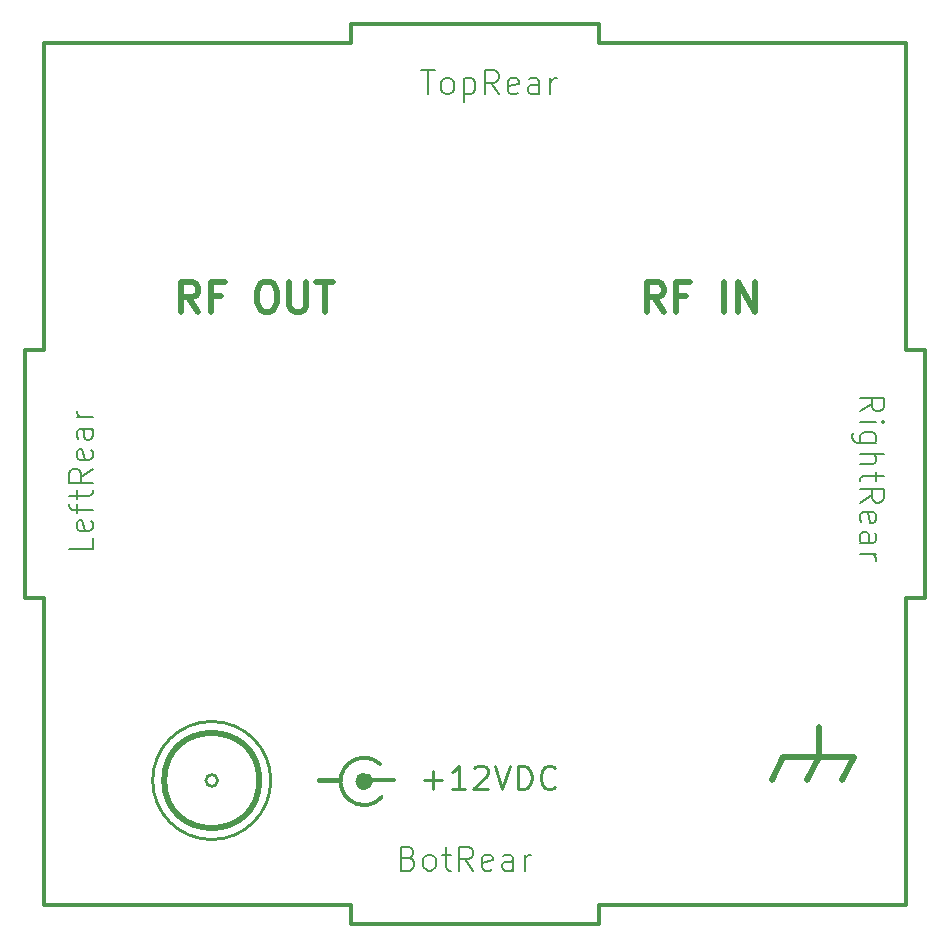
<source format=gbr>
%TF.GenerationSoftware,KiCad,Pcbnew,7.0.5-0*%
%TF.CreationDate,2024-04-21T20:18:31-04:00*%
%TF.ProjectId,swr_meter_rear,7377725f-6d65-4746-9572-5f726561722e,rev?*%
%TF.SameCoordinates,Original*%
%TF.FileFunction,Legend,Top*%
%TF.FilePolarity,Positive*%
%FSLAX46Y46*%
G04 Gerber Fmt 4.6, Leading zero omitted, Abs format (unit mm)*
G04 Created by KiCad (PCBNEW 7.0.5-0) date 2024-04-21 20:18:31*
%MOMM*%
%LPD*%
G01*
G04 APERTURE LIST*
%ADD10C,0.250000*%
%ADD11C,0.500000*%
%ADD12C,0.200000*%
%ADD13C,0.400000*%
%ADD14C,0.300000*%
%ADD15C,0.750000*%
%TA.AperFunction,Profile*%
%ADD16C,0.349999*%
%TD*%
G04 APERTURE END LIST*
D10*
X114737884Y-89421332D02*
G75*
G03*
X114737884Y-89421332I-500000J0D01*
G01*
X119237884Y-89421332D02*
G75*
G03*
X119237884Y-89421332I-5000000J0D01*
G01*
X114737884Y-89421332D02*
G75*
G03*
X114737884Y-89421332I-500000J0D01*
G01*
X119237884Y-89421332D02*
G75*
G03*
X119237884Y-89421332I-5000000J0D01*
G01*
D11*
X118262884Y-89421332D02*
G75*
G03*
X118262884Y-89421332I-4025000J0D01*
G01*
X118262884Y-89421332D02*
G75*
G03*
X118262884Y-89421332I-4025000J0D01*
G01*
D12*
X169155159Y-58171957D02*
X170107540Y-57505290D01*
X169155159Y-57029100D02*
X171155159Y-57029100D01*
X171155159Y-57029100D02*
X171155159Y-57791005D01*
X171155159Y-57791005D02*
X171059921Y-57981481D01*
X171059921Y-57981481D02*
X170964683Y-58076719D01*
X170964683Y-58076719D02*
X170774207Y-58171957D01*
X170774207Y-58171957D02*
X170488493Y-58171957D01*
X170488493Y-58171957D02*
X170298017Y-58076719D01*
X170298017Y-58076719D02*
X170202778Y-57981481D01*
X170202778Y-57981481D02*
X170107540Y-57791005D01*
X170107540Y-57791005D02*
X170107540Y-57029100D01*
X169155159Y-59029100D02*
X170488493Y-59029100D01*
X171155159Y-59029100D02*
X171059921Y-58933862D01*
X171059921Y-58933862D02*
X170964683Y-59029100D01*
X170964683Y-59029100D02*
X171059921Y-59124338D01*
X171059921Y-59124338D02*
X171155159Y-59029100D01*
X171155159Y-59029100D02*
X170964683Y-59029100D01*
X170488493Y-60838624D02*
X168869445Y-60838624D01*
X168869445Y-60838624D02*
X168678969Y-60743386D01*
X168678969Y-60743386D02*
X168583731Y-60648148D01*
X168583731Y-60648148D02*
X168488493Y-60457671D01*
X168488493Y-60457671D02*
X168488493Y-60171957D01*
X168488493Y-60171957D02*
X168583731Y-59981481D01*
X169250398Y-60838624D02*
X169155159Y-60648148D01*
X169155159Y-60648148D02*
X169155159Y-60267195D01*
X169155159Y-60267195D02*
X169250398Y-60076719D01*
X169250398Y-60076719D02*
X169345636Y-59981481D01*
X169345636Y-59981481D02*
X169536112Y-59886243D01*
X169536112Y-59886243D02*
X170107540Y-59886243D01*
X170107540Y-59886243D02*
X170298017Y-59981481D01*
X170298017Y-59981481D02*
X170393255Y-60076719D01*
X170393255Y-60076719D02*
X170488493Y-60267195D01*
X170488493Y-60267195D02*
X170488493Y-60648148D01*
X170488493Y-60648148D02*
X170393255Y-60838624D01*
X169155159Y-61791005D02*
X171155159Y-61791005D01*
X169155159Y-62648148D02*
X170202778Y-62648148D01*
X170202778Y-62648148D02*
X170393255Y-62552910D01*
X170393255Y-62552910D02*
X170488493Y-62362434D01*
X170488493Y-62362434D02*
X170488493Y-62076719D01*
X170488493Y-62076719D02*
X170393255Y-61886243D01*
X170393255Y-61886243D02*
X170298017Y-61791005D01*
X170488493Y-63314815D02*
X170488493Y-64076719D01*
X171155159Y-63600529D02*
X169440874Y-63600529D01*
X169440874Y-63600529D02*
X169250398Y-63695767D01*
X169250398Y-63695767D02*
X169155159Y-63886243D01*
X169155159Y-63886243D02*
X169155159Y-64076719D01*
X169155159Y-65886243D02*
X170107540Y-65219576D01*
X169155159Y-64743386D02*
X171155159Y-64743386D01*
X171155159Y-64743386D02*
X171155159Y-65505291D01*
X171155159Y-65505291D02*
X171059921Y-65695767D01*
X171059921Y-65695767D02*
X170964683Y-65791005D01*
X170964683Y-65791005D02*
X170774207Y-65886243D01*
X170774207Y-65886243D02*
X170488493Y-65886243D01*
X170488493Y-65886243D02*
X170298017Y-65791005D01*
X170298017Y-65791005D02*
X170202778Y-65695767D01*
X170202778Y-65695767D02*
X170107540Y-65505291D01*
X170107540Y-65505291D02*
X170107540Y-64743386D01*
X169250398Y-67505291D02*
X169155159Y-67314815D01*
X169155159Y-67314815D02*
X169155159Y-66933862D01*
X169155159Y-66933862D02*
X169250398Y-66743386D01*
X169250398Y-66743386D02*
X169440874Y-66648148D01*
X169440874Y-66648148D02*
X170202778Y-66648148D01*
X170202778Y-66648148D02*
X170393255Y-66743386D01*
X170393255Y-66743386D02*
X170488493Y-66933862D01*
X170488493Y-66933862D02*
X170488493Y-67314815D01*
X170488493Y-67314815D02*
X170393255Y-67505291D01*
X170393255Y-67505291D02*
X170202778Y-67600529D01*
X170202778Y-67600529D02*
X170012302Y-67600529D01*
X170012302Y-67600529D02*
X169821826Y-66648148D01*
X169155159Y-69314815D02*
X170202778Y-69314815D01*
X170202778Y-69314815D02*
X170393255Y-69219577D01*
X170393255Y-69219577D02*
X170488493Y-69029101D01*
X170488493Y-69029101D02*
X170488493Y-68648148D01*
X170488493Y-68648148D02*
X170393255Y-68457672D01*
X169250398Y-69314815D02*
X169155159Y-69124339D01*
X169155159Y-69124339D02*
X169155159Y-68648148D01*
X169155159Y-68648148D02*
X169250398Y-68457672D01*
X169250398Y-68457672D02*
X169440874Y-68362434D01*
X169440874Y-68362434D02*
X169631350Y-68362434D01*
X169631350Y-68362434D02*
X169821826Y-68457672D01*
X169821826Y-68457672D02*
X169917064Y-68648148D01*
X169917064Y-68648148D02*
X169917064Y-69124339D01*
X169917064Y-69124339D02*
X170012302Y-69314815D01*
X169155159Y-70267196D02*
X170488493Y-70267196D01*
X170107540Y-70267196D02*
X170298017Y-70362434D01*
X170298017Y-70362434D02*
X170393255Y-70457672D01*
X170393255Y-70457672D02*
X170488493Y-70648148D01*
X170488493Y-70648148D02*
X170488493Y-70838625D01*
X131959938Y-29294838D02*
X133102795Y-29294838D01*
X132531366Y-31294838D02*
X132531366Y-29294838D01*
X134055176Y-31294838D02*
X133864700Y-31199600D01*
X133864700Y-31199600D02*
X133769462Y-31104361D01*
X133769462Y-31104361D02*
X133674224Y-30913885D01*
X133674224Y-30913885D02*
X133674224Y-30342457D01*
X133674224Y-30342457D02*
X133769462Y-30151980D01*
X133769462Y-30151980D02*
X133864700Y-30056742D01*
X133864700Y-30056742D02*
X134055176Y-29961504D01*
X134055176Y-29961504D02*
X134340891Y-29961504D01*
X134340891Y-29961504D02*
X134531367Y-30056742D01*
X134531367Y-30056742D02*
X134626605Y-30151980D01*
X134626605Y-30151980D02*
X134721843Y-30342457D01*
X134721843Y-30342457D02*
X134721843Y-30913885D01*
X134721843Y-30913885D02*
X134626605Y-31104361D01*
X134626605Y-31104361D02*
X134531367Y-31199600D01*
X134531367Y-31199600D02*
X134340891Y-31294838D01*
X134340891Y-31294838D02*
X134055176Y-31294838D01*
X135578986Y-29961504D02*
X135578986Y-31961504D01*
X135578986Y-30056742D02*
X135769462Y-29961504D01*
X135769462Y-29961504D02*
X136150415Y-29961504D01*
X136150415Y-29961504D02*
X136340891Y-30056742D01*
X136340891Y-30056742D02*
X136436129Y-30151980D01*
X136436129Y-30151980D02*
X136531367Y-30342457D01*
X136531367Y-30342457D02*
X136531367Y-30913885D01*
X136531367Y-30913885D02*
X136436129Y-31104361D01*
X136436129Y-31104361D02*
X136340891Y-31199600D01*
X136340891Y-31199600D02*
X136150415Y-31294838D01*
X136150415Y-31294838D02*
X135769462Y-31294838D01*
X135769462Y-31294838D02*
X135578986Y-31199600D01*
X138531367Y-31294838D02*
X137864700Y-30342457D01*
X137388510Y-31294838D02*
X137388510Y-29294838D01*
X137388510Y-29294838D02*
X138150415Y-29294838D01*
X138150415Y-29294838D02*
X138340891Y-29390076D01*
X138340891Y-29390076D02*
X138436129Y-29485314D01*
X138436129Y-29485314D02*
X138531367Y-29675790D01*
X138531367Y-29675790D02*
X138531367Y-29961504D01*
X138531367Y-29961504D02*
X138436129Y-30151980D01*
X138436129Y-30151980D02*
X138340891Y-30247219D01*
X138340891Y-30247219D02*
X138150415Y-30342457D01*
X138150415Y-30342457D02*
X137388510Y-30342457D01*
X140150415Y-31199600D02*
X139959939Y-31294838D01*
X139959939Y-31294838D02*
X139578986Y-31294838D01*
X139578986Y-31294838D02*
X139388510Y-31199600D01*
X139388510Y-31199600D02*
X139293272Y-31009123D01*
X139293272Y-31009123D02*
X139293272Y-30247219D01*
X139293272Y-30247219D02*
X139388510Y-30056742D01*
X139388510Y-30056742D02*
X139578986Y-29961504D01*
X139578986Y-29961504D02*
X139959939Y-29961504D01*
X139959939Y-29961504D02*
X140150415Y-30056742D01*
X140150415Y-30056742D02*
X140245653Y-30247219D01*
X140245653Y-30247219D02*
X140245653Y-30437695D01*
X140245653Y-30437695D02*
X139293272Y-30628171D01*
X141959939Y-31294838D02*
X141959939Y-30247219D01*
X141959939Y-30247219D02*
X141864701Y-30056742D01*
X141864701Y-30056742D02*
X141674225Y-29961504D01*
X141674225Y-29961504D02*
X141293272Y-29961504D01*
X141293272Y-29961504D02*
X141102796Y-30056742D01*
X141959939Y-31199600D02*
X141769463Y-31294838D01*
X141769463Y-31294838D02*
X141293272Y-31294838D01*
X141293272Y-31294838D02*
X141102796Y-31199600D01*
X141102796Y-31199600D02*
X141007558Y-31009123D01*
X141007558Y-31009123D02*
X141007558Y-30818647D01*
X141007558Y-30818647D02*
X141102796Y-30628171D01*
X141102796Y-30628171D02*
X141293272Y-30532933D01*
X141293272Y-30532933D02*
X141769463Y-30532933D01*
X141769463Y-30532933D02*
X141959939Y-30437695D01*
X142912320Y-31294838D02*
X142912320Y-29961504D01*
X142912320Y-30342457D02*
X143007558Y-30151980D01*
X143007558Y-30151980D02*
X143102796Y-30056742D01*
X143102796Y-30056742D02*
X143293272Y-29961504D01*
X143293272Y-29961504D02*
X143483749Y-29961504D01*
X104144836Y-68861182D02*
X104144836Y-69813563D01*
X104144836Y-69813563D02*
X102144836Y-69813563D01*
X104049598Y-67432610D02*
X104144836Y-67623086D01*
X104144836Y-67623086D02*
X104144836Y-68004039D01*
X104144836Y-68004039D02*
X104049598Y-68194515D01*
X104049598Y-68194515D02*
X103859121Y-68289753D01*
X103859121Y-68289753D02*
X103097217Y-68289753D01*
X103097217Y-68289753D02*
X102906740Y-68194515D01*
X102906740Y-68194515D02*
X102811502Y-68004039D01*
X102811502Y-68004039D02*
X102811502Y-67623086D01*
X102811502Y-67623086D02*
X102906740Y-67432610D01*
X102906740Y-67432610D02*
X103097217Y-67337372D01*
X103097217Y-67337372D02*
X103287693Y-67337372D01*
X103287693Y-67337372D02*
X103478169Y-68289753D01*
X102811502Y-66765943D02*
X102811502Y-66004039D01*
X104144836Y-66480229D02*
X102430550Y-66480229D01*
X102430550Y-66480229D02*
X102240074Y-66384991D01*
X102240074Y-66384991D02*
X102144836Y-66194515D01*
X102144836Y-66194515D02*
X102144836Y-66004039D01*
X102811502Y-65623086D02*
X102811502Y-64861182D01*
X102144836Y-65337372D02*
X103859121Y-65337372D01*
X103859121Y-65337372D02*
X104049598Y-65242134D01*
X104049598Y-65242134D02*
X104144836Y-65051658D01*
X104144836Y-65051658D02*
X104144836Y-64861182D01*
X104144836Y-63051658D02*
X103192455Y-63718325D01*
X104144836Y-64194515D02*
X102144836Y-64194515D01*
X102144836Y-64194515D02*
X102144836Y-63432610D01*
X102144836Y-63432610D02*
X102240074Y-63242134D01*
X102240074Y-63242134D02*
X102335312Y-63146896D01*
X102335312Y-63146896D02*
X102525788Y-63051658D01*
X102525788Y-63051658D02*
X102811502Y-63051658D01*
X102811502Y-63051658D02*
X103001978Y-63146896D01*
X103001978Y-63146896D02*
X103097217Y-63242134D01*
X103097217Y-63242134D02*
X103192455Y-63432610D01*
X103192455Y-63432610D02*
X103192455Y-64194515D01*
X104049598Y-61432610D02*
X104144836Y-61623086D01*
X104144836Y-61623086D02*
X104144836Y-62004039D01*
X104144836Y-62004039D02*
X104049598Y-62194515D01*
X104049598Y-62194515D02*
X103859121Y-62289753D01*
X103859121Y-62289753D02*
X103097217Y-62289753D01*
X103097217Y-62289753D02*
X102906740Y-62194515D01*
X102906740Y-62194515D02*
X102811502Y-62004039D01*
X102811502Y-62004039D02*
X102811502Y-61623086D01*
X102811502Y-61623086D02*
X102906740Y-61432610D01*
X102906740Y-61432610D02*
X103097217Y-61337372D01*
X103097217Y-61337372D02*
X103287693Y-61337372D01*
X103287693Y-61337372D02*
X103478169Y-62289753D01*
X104144836Y-59623086D02*
X103097217Y-59623086D01*
X103097217Y-59623086D02*
X102906740Y-59718324D01*
X102906740Y-59718324D02*
X102811502Y-59908800D01*
X102811502Y-59908800D02*
X102811502Y-60289753D01*
X102811502Y-60289753D02*
X102906740Y-60480229D01*
X104049598Y-59623086D02*
X104144836Y-59813562D01*
X104144836Y-59813562D02*
X104144836Y-60289753D01*
X104144836Y-60289753D02*
X104049598Y-60480229D01*
X104049598Y-60480229D02*
X103859121Y-60575467D01*
X103859121Y-60575467D02*
X103668645Y-60575467D01*
X103668645Y-60575467D02*
X103478169Y-60480229D01*
X103478169Y-60480229D02*
X103382931Y-60289753D01*
X103382931Y-60289753D02*
X103382931Y-59813562D01*
X103382931Y-59813562D02*
X103287693Y-59623086D01*
X104144836Y-58670705D02*
X102811502Y-58670705D01*
X103192455Y-58670705D02*
X103001978Y-58575467D01*
X103001978Y-58575467D02*
X102906740Y-58480229D01*
X102906740Y-58480229D02*
X102811502Y-58289753D01*
X102811502Y-58289753D02*
X102811502Y-58099276D01*
X130912319Y-95997219D02*
X131198033Y-96092457D01*
X131198033Y-96092457D02*
X131293271Y-96187695D01*
X131293271Y-96187695D02*
X131388509Y-96378171D01*
X131388509Y-96378171D02*
X131388509Y-96663885D01*
X131388509Y-96663885D02*
X131293271Y-96854361D01*
X131293271Y-96854361D02*
X131198033Y-96949600D01*
X131198033Y-96949600D02*
X131007557Y-97044838D01*
X131007557Y-97044838D02*
X130245652Y-97044838D01*
X130245652Y-97044838D02*
X130245652Y-95044838D01*
X130245652Y-95044838D02*
X130912319Y-95044838D01*
X130912319Y-95044838D02*
X131102795Y-95140076D01*
X131102795Y-95140076D02*
X131198033Y-95235314D01*
X131198033Y-95235314D02*
X131293271Y-95425790D01*
X131293271Y-95425790D02*
X131293271Y-95616266D01*
X131293271Y-95616266D02*
X131198033Y-95806742D01*
X131198033Y-95806742D02*
X131102795Y-95901980D01*
X131102795Y-95901980D02*
X130912319Y-95997219D01*
X130912319Y-95997219D02*
X130245652Y-95997219D01*
X132531366Y-97044838D02*
X132340890Y-96949600D01*
X132340890Y-96949600D02*
X132245652Y-96854361D01*
X132245652Y-96854361D02*
X132150414Y-96663885D01*
X132150414Y-96663885D02*
X132150414Y-96092457D01*
X132150414Y-96092457D02*
X132245652Y-95901980D01*
X132245652Y-95901980D02*
X132340890Y-95806742D01*
X132340890Y-95806742D02*
X132531366Y-95711504D01*
X132531366Y-95711504D02*
X132817081Y-95711504D01*
X132817081Y-95711504D02*
X133007557Y-95806742D01*
X133007557Y-95806742D02*
X133102795Y-95901980D01*
X133102795Y-95901980D02*
X133198033Y-96092457D01*
X133198033Y-96092457D02*
X133198033Y-96663885D01*
X133198033Y-96663885D02*
X133102795Y-96854361D01*
X133102795Y-96854361D02*
X133007557Y-96949600D01*
X133007557Y-96949600D02*
X132817081Y-97044838D01*
X132817081Y-97044838D02*
X132531366Y-97044838D01*
X133769462Y-95711504D02*
X134531366Y-95711504D01*
X134055176Y-95044838D02*
X134055176Y-96759123D01*
X134055176Y-96759123D02*
X134150414Y-96949600D01*
X134150414Y-96949600D02*
X134340890Y-97044838D01*
X134340890Y-97044838D02*
X134531366Y-97044838D01*
X136340890Y-97044838D02*
X135674223Y-96092457D01*
X135198033Y-97044838D02*
X135198033Y-95044838D01*
X135198033Y-95044838D02*
X135959938Y-95044838D01*
X135959938Y-95044838D02*
X136150414Y-95140076D01*
X136150414Y-95140076D02*
X136245652Y-95235314D01*
X136245652Y-95235314D02*
X136340890Y-95425790D01*
X136340890Y-95425790D02*
X136340890Y-95711504D01*
X136340890Y-95711504D02*
X136245652Y-95901980D01*
X136245652Y-95901980D02*
X136150414Y-95997219D01*
X136150414Y-95997219D02*
X135959938Y-96092457D01*
X135959938Y-96092457D02*
X135198033Y-96092457D01*
X137959938Y-96949600D02*
X137769462Y-97044838D01*
X137769462Y-97044838D02*
X137388509Y-97044838D01*
X137388509Y-97044838D02*
X137198033Y-96949600D01*
X137198033Y-96949600D02*
X137102795Y-96759123D01*
X137102795Y-96759123D02*
X137102795Y-95997219D01*
X137102795Y-95997219D02*
X137198033Y-95806742D01*
X137198033Y-95806742D02*
X137388509Y-95711504D01*
X137388509Y-95711504D02*
X137769462Y-95711504D01*
X137769462Y-95711504D02*
X137959938Y-95806742D01*
X137959938Y-95806742D02*
X138055176Y-95997219D01*
X138055176Y-95997219D02*
X138055176Y-96187695D01*
X138055176Y-96187695D02*
X137102795Y-96378171D01*
X139769462Y-97044838D02*
X139769462Y-95997219D01*
X139769462Y-95997219D02*
X139674224Y-95806742D01*
X139674224Y-95806742D02*
X139483748Y-95711504D01*
X139483748Y-95711504D02*
X139102795Y-95711504D01*
X139102795Y-95711504D02*
X138912319Y-95806742D01*
X139769462Y-96949600D02*
X139578986Y-97044838D01*
X139578986Y-97044838D02*
X139102795Y-97044838D01*
X139102795Y-97044838D02*
X138912319Y-96949600D01*
X138912319Y-96949600D02*
X138817081Y-96759123D01*
X138817081Y-96759123D02*
X138817081Y-96568647D01*
X138817081Y-96568647D02*
X138912319Y-96378171D01*
X138912319Y-96378171D02*
X139102795Y-96282933D01*
X139102795Y-96282933D02*
X139578986Y-96282933D01*
X139578986Y-96282933D02*
X139769462Y-96187695D01*
X140721843Y-97044838D02*
X140721843Y-95711504D01*
X140721843Y-96092457D02*
X140817081Y-95901980D01*
X140817081Y-95901980D02*
X140912319Y-95806742D01*
X140912319Y-95806742D02*
X141102795Y-95711504D01*
X141102795Y-95711504D02*
X141293272Y-95711504D01*
D13*
X123277231Y-89393865D02*
X124801041Y-89393865D01*
X123277231Y-89393865D02*
X124801041Y-89393865D01*
D11*
X113078569Y-49718047D02*
X112245236Y-48527571D01*
X111649998Y-49718047D02*
X111649998Y-47218047D01*
X111649998Y-47218047D02*
X112602379Y-47218047D01*
X112602379Y-47218047D02*
X112840474Y-47337095D01*
X112840474Y-47337095D02*
X112959521Y-47456142D01*
X112959521Y-47456142D02*
X113078569Y-47694238D01*
X113078569Y-47694238D02*
X113078569Y-48051380D01*
X113078569Y-48051380D02*
X112959521Y-48289476D01*
X112959521Y-48289476D02*
X112840474Y-48408523D01*
X112840474Y-48408523D02*
X112602379Y-48527571D01*
X112602379Y-48527571D02*
X111649998Y-48527571D01*
X114983331Y-48408523D02*
X114149998Y-48408523D01*
X114149998Y-49718047D02*
X114149998Y-47218047D01*
X114149998Y-47218047D02*
X115340474Y-47218047D01*
X118673807Y-47218047D02*
X119149998Y-47218047D01*
X119149998Y-47218047D02*
X119388093Y-47337095D01*
X119388093Y-47337095D02*
X119626188Y-47575190D01*
X119626188Y-47575190D02*
X119745236Y-48051380D01*
X119745236Y-48051380D02*
X119745236Y-48884714D01*
X119745236Y-48884714D02*
X119626188Y-49360904D01*
X119626188Y-49360904D02*
X119388093Y-49599000D01*
X119388093Y-49599000D02*
X119149998Y-49718047D01*
X119149998Y-49718047D02*
X118673807Y-49718047D01*
X118673807Y-49718047D02*
X118435712Y-49599000D01*
X118435712Y-49599000D02*
X118197617Y-49360904D01*
X118197617Y-49360904D02*
X118078569Y-48884714D01*
X118078569Y-48884714D02*
X118078569Y-48051380D01*
X118078569Y-48051380D02*
X118197617Y-47575190D01*
X118197617Y-47575190D02*
X118435712Y-47337095D01*
X118435712Y-47337095D02*
X118673807Y-47218047D01*
X120816665Y-47218047D02*
X120816665Y-49241857D01*
X120816665Y-49241857D02*
X120935712Y-49479952D01*
X120935712Y-49479952D02*
X121054760Y-49599000D01*
X121054760Y-49599000D02*
X121292855Y-49718047D01*
X121292855Y-49718047D02*
X121769046Y-49718047D01*
X121769046Y-49718047D02*
X122007141Y-49599000D01*
X122007141Y-49599000D02*
X122126188Y-49479952D01*
X122126188Y-49479952D02*
X122245236Y-49241857D01*
X122245236Y-49241857D02*
X122245236Y-47218047D01*
X123078570Y-47218047D02*
X124507141Y-47218047D01*
X123792855Y-49718047D02*
X123792855Y-47218047D01*
D10*
X132178547Y-89401665D02*
X133702357Y-89401665D01*
X132940452Y-90163570D02*
X132940452Y-88639760D01*
X135702356Y-90163570D02*
X134559499Y-90163570D01*
X135130927Y-90163570D02*
X135130927Y-88163570D01*
X135130927Y-88163570D02*
X134940451Y-88449284D01*
X134940451Y-88449284D02*
X134749975Y-88639760D01*
X134749975Y-88639760D02*
X134559499Y-88734998D01*
X136464261Y-88354046D02*
X136559499Y-88258808D01*
X136559499Y-88258808D02*
X136749975Y-88163570D01*
X136749975Y-88163570D02*
X137226166Y-88163570D01*
X137226166Y-88163570D02*
X137416642Y-88258808D01*
X137416642Y-88258808D02*
X137511880Y-88354046D01*
X137511880Y-88354046D02*
X137607118Y-88544522D01*
X137607118Y-88544522D02*
X137607118Y-88734998D01*
X137607118Y-88734998D02*
X137511880Y-89020712D01*
X137511880Y-89020712D02*
X136369023Y-90163570D01*
X136369023Y-90163570D02*
X137607118Y-90163570D01*
X138178547Y-88163570D02*
X138845213Y-90163570D01*
X138845213Y-90163570D02*
X139511880Y-88163570D01*
X140178547Y-90163570D02*
X140178547Y-88163570D01*
X140178547Y-88163570D02*
X140654737Y-88163570D01*
X140654737Y-88163570D02*
X140940452Y-88258808D01*
X140940452Y-88258808D02*
X141130928Y-88449284D01*
X141130928Y-88449284D02*
X141226166Y-88639760D01*
X141226166Y-88639760D02*
X141321404Y-89020712D01*
X141321404Y-89020712D02*
X141321404Y-89306427D01*
X141321404Y-89306427D02*
X141226166Y-89687379D01*
X141226166Y-89687379D02*
X141130928Y-89877855D01*
X141130928Y-89877855D02*
X140940452Y-90068332D01*
X140940452Y-90068332D02*
X140654737Y-90163570D01*
X140654737Y-90163570D02*
X140178547Y-90163570D01*
X143321404Y-89973093D02*
X143226166Y-90068332D01*
X143226166Y-90068332D02*
X142940452Y-90163570D01*
X142940452Y-90163570D02*
X142749976Y-90163570D01*
X142749976Y-90163570D02*
X142464261Y-90068332D01*
X142464261Y-90068332D02*
X142273785Y-89877855D01*
X142273785Y-89877855D02*
X142178547Y-89687379D01*
X142178547Y-89687379D02*
X142083309Y-89306427D01*
X142083309Y-89306427D02*
X142083309Y-89020712D01*
X142083309Y-89020712D02*
X142178547Y-88639760D01*
X142178547Y-88639760D02*
X142273785Y-88449284D01*
X142273785Y-88449284D02*
X142464261Y-88258808D01*
X142464261Y-88258808D02*
X142749976Y-88163570D01*
X142749976Y-88163570D02*
X142940452Y-88163570D01*
X142940452Y-88163570D02*
X143226166Y-88258808D01*
X143226166Y-88258808D02*
X143321404Y-88354046D01*
D12*
X104144836Y-68861182D02*
X104144836Y-69813563D01*
X104144836Y-69813563D02*
X102144836Y-69813563D01*
X104049598Y-67432610D02*
X104144836Y-67623086D01*
X104144836Y-67623086D02*
X104144836Y-68004039D01*
X104144836Y-68004039D02*
X104049598Y-68194515D01*
X104049598Y-68194515D02*
X103859121Y-68289753D01*
X103859121Y-68289753D02*
X103097217Y-68289753D01*
X103097217Y-68289753D02*
X102906740Y-68194515D01*
X102906740Y-68194515D02*
X102811502Y-68004039D01*
X102811502Y-68004039D02*
X102811502Y-67623086D01*
X102811502Y-67623086D02*
X102906740Y-67432610D01*
X102906740Y-67432610D02*
X103097217Y-67337372D01*
X103097217Y-67337372D02*
X103287693Y-67337372D01*
X103287693Y-67337372D02*
X103478169Y-68289753D01*
X102811502Y-66765943D02*
X102811502Y-66004039D01*
X104144836Y-66480229D02*
X102430550Y-66480229D01*
X102430550Y-66480229D02*
X102240074Y-66384991D01*
X102240074Y-66384991D02*
X102144836Y-66194515D01*
X102144836Y-66194515D02*
X102144836Y-66004039D01*
X102811502Y-65623086D02*
X102811502Y-64861182D01*
X102144836Y-65337372D02*
X103859121Y-65337372D01*
X103859121Y-65337372D02*
X104049598Y-65242134D01*
X104049598Y-65242134D02*
X104144836Y-65051658D01*
X104144836Y-65051658D02*
X104144836Y-64861182D01*
X104144836Y-63051658D02*
X103192455Y-63718325D01*
X104144836Y-64194515D02*
X102144836Y-64194515D01*
X102144836Y-64194515D02*
X102144836Y-63432610D01*
X102144836Y-63432610D02*
X102240074Y-63242134D01*
X102240074Y-63242134D02*
X102335312Y-63146896D01*
X102335312Y-63146896D02*
X102525788Y-63051658D01*
X102525788Y-63051658D02*
X102811502Y-63051658D01*
X102811502Y-63051658D02*
X103001978Y-63146896D01*
X103001978Y-63146896D02*
X103097217Y-63242134D01*
X103097217Y-63242134D02*
X103192455Y-63432610D01*
X103192455Y-63432610D02*
X103192455Y-64194515D01*
X104049598Y-61432610D02*
X104144836Y-61623086D01*
X104144836Y-61623086D02*
X104144836Y-62004039D01*
X104144836Y-62004039D02*
X104049598Y-62194515D01*
X104049598Y-62194515D02*
X103859121Y-62289753D01*
X103859121Y-62289753D02*
X103097217Y-62289753D01*
X103097217Y-62289753D02*
X102906740Y-62194515D01*
X102906740Y-62194515D02*
X102811502Y-62004039D01*
X102811502Y-62004039D02*
X102811502Y-61623086D01*
X102811502Y-61623086D02*
X102906740Y-61432610D01*
X102906740Y-61432610D02*
X103097217Y-61337372D01*
X103097217Y-61337372D02*
X103287693Y-61337372D01*
X103287693Y-61337372D02*
X103478169Y-62289753D01*
X104144836Y-59623086D02*
X103097217Y-59623086D01*
X103097217Y-59623086D02*
X102906740Y-59718324D01*
X102906740Y-59718324D02*
X102811502Y-59908800D01*
X102811502Y-59908800D02*
X102811502Y-60289753D01*
X102811502Y-60289753D02*
X102906740Y-60480229D01*
X104049598Y-59623086D02*
X104144836Y-59813562D01*
X104144836Y-59813562D02*
X104144836Y-60289753D01*
X104144836Y-60289753D02*
X104049598Y-60480229D01*
X104049598Y-60480229D02*
X103859121Y-60575467D01*
X103859121Y-60575467D02*
X103668645Y-60575467D01*
X103668645Y-60575467D02*
X103478169Y-60480229D01*
X103478169Y-60480229D02*
X103382931Y-60289753D01*
X103382931Y-60289753D02*
X103382931Y-59813562D01*
X103382931Y-59813562D02*
X103287693Y-59623086D01*
X104144836Y-58670705D02*
X102811502Y-58670705D01*
X103192455Y-58670705D02*
X103001978Y-58575467D01*
X103001978Y-58575467D02*
X102906740Y-58480229D01*
X102906740Y-58480229D02*
X102811502Y-58289753D01*
X102811502Y-58289753D02*
X102811502Y-58099276D01*
X130912319Y-95997219D02*
X131198033Y-96092457D01*
X131198033Y-96092457D02*
X131293271Y-96187695D01*
X131293271Y-96187695D02*
X131388509Y-96378171D01*
X131388509Y-96378171D02*
X131388509Y-96663885D01*
X131388509Y-96663885D02*
X131293271Y-96854361D01*
X131293271Y-96854361D02*
X131198033Y-96949600D01*
X131198033Y-96949600D02*
X131007557Y-97044838D01*
X131007557Y-97044838D02*
X130245652Y-97044838D01*
X130245652Y-97044838D02*
X130245652Y-95044838D01*
X130245652Y-95044838D02*
X130912319Y-95044838D01*
X130912319Y-95044838D02*
X131102795Y-95140076D01*
X131102795Y-95140076D02*
X131198033Y-95235314D01*
X131198033Y-95235314D02*
X131293271Y-95425790D01*
X131293271Y-95425790D02*
X131293271Y-95616266D01*
X131293271Y-95616266D02*
X131198033Y-95806742D01*
X131198033Y-95806742D02*
X131102795Y-95901980D01*
X131102795Y-95901980D02*
X130912319Y-95997219D01*
X130912319Y-95997219D02*
X130245652Y-95997219D01*
X132531366Y-97044838D02*
X132340890Y-96949600D01*
X132340890Y-96949600D02*
X132245652Y-96854361D01*
X132245652Y-96854361D02*
X132150414Y-96663885D01*
X132150414Y-96663885D02*
X132150414Y-96092457D01*
X132150414Y-96092457D02*
X132245652Y-95901980D01*
X132245652Y-95901980D02*
X132340890Y-95806742D01*
X132340890Y-95806742D02*
X132531366Y-95711504D01*
X132531366Y-95711504D02*
X132817081Y-95711504D01*
X132817081Y-95711504D02*
X133007557Y-95806742D01*
X133007557Y-95806742D02*
X133102795Y-95901980D01*
X133102795Y-95901980D02*
X133198033Y-96092457D01*
X133198033Y-96092457D02*
X133198033Y-96663885D01*
X133198033Y-96663885D02*
X133102795Y-96854361D01*
X133102795Y-96854361D02*
X133007557Y-96949600D01*
X133007557Y-96949600D02*
X132817081Y-97044838D01*
X132817081Y-97044838D02*
X132531366Y-97044838D01*
X133769462Y-95711504D02*
X134531366Y-95711504D01*
X134055176Y-95044838D02*
X134055176Y-96759123D01*
X134055176Y-96759123D02*
X134150414Y-96949600D01*
X134150414Y-96949600D02*
X134340890Y-97044838D01*
X134340890Y-97044838D02*
X134531366Y-97044838D01*
X136340890Y-97044838D02*
X135674223Y-96092457D01*
X135198033Y-97044838D02*
X135198033Y-95044838D01*
X135198033Y-95044838D02*
X135959938Y-95044838D01*
X135959938Y-95044838D02*
X136150414Y-95140076D01*
X136150414Y-95140076D02*
X136245652Y-95235314D01*
X136245652Y-95235314D02*
X136340890Y-95425790D01*
X136340890Y-95425790D02*
X136340890Y-95711504D01*
X136340890Y-95711504D02*
X136245652Y-95901980D01*
X136245652Y-95901980D02*
X136150414Y-95997219D01*
X136150414Y-95997219D02*
X135959938Y-96092457D01*
X135959938Y-96092457D02*
X135198033Y-96092457D01*
X137959938Y-96949600D02*
X137769462Y-97044838D01*
X137769462Y-97044838D02*
X137388509Y-97044838D01*
X137388509Y-97044838D02*
X137198033Y-96949600D01*
X137198033Y-96949600D02*
X137102795Y-96759123D01*
X137102795Y-96759123D02*
X137102795Y-95997219D01*
X137102795Y-95997219D02*
X137198033Y-95806742D01*
X137198033Y-95806742D02*
X137388509Y-95711504D01*
X137388509Y-95711504D02*
X137769462Y-95711504D01*
X137769462Y-95711504D02*
X137959938Y-95806742D01*
X137959938Y-95806742D02*
X138055176Y-95997219D01*
X138055176Y-95997219D02*
X138055176Y-96187695D01*
X138055176Y-96187695D02*
X137102795Y-96378171D01*
X139769462Y-97044838D02*
X139769462Y-95997219D01*
X139769462Y-95997219D02*
X139674224Y-95806742D01*
X139674224Y-95806742D02*
X139483748Y-95711504D01*
X139483748Y-95711504D02*
X139102795Y-95711504D01*
X139102795Y-95711504D02*
X138912319Y-95806742D01*
X139769462Y-96949600D02*
X139578986Y-97044838D01*
X139578986Y-97044838D02*
X139102795Y-97044838D01*
X139102795Y-97044838D02*
X138912319Y-96949600D01*
X138912319Y-96949600D02*
X138817081Y-96759123D01*
X138817081Y-96759123D02*
X138817081Y-96568647D01*
X138817081Y-96568647D02*
X138912319Y-96378171D01*
X138912319Y-96378171D02*
X139102795Y-96282933D01*
X139102795Y-96282933D02*
X139578986Y-96282933D01*
X139578986Y-96282933D02*
X139769462Y-96187695D01*
X140721843Y-97044838D02*
X140721843Y-95711504D01*
X140721843Y-96092457D02*
X140817081Y-95901980D01*
X140817081Y-95901980D02*
X140912319Y-95806742D01*
X140912319Y-95806742D02*
X141102795Y-95711504D01*
X141102795Y-95711504D02*
X141293272Y-95711504D01*
X131959938Y-29294838D02*
X133102795Y-29294838D01*
X132531366Y-31294838D02*
X132531366Y-29294838D01*
X134055176Y-31294838D02*
X133864700Y-31199600D01*
X133864700Y-31199600D02*
X133769462Y-31104361D01*
X133769462Y-31104361D02*
X133674224Y-30913885D01*
X133674224Y-30913885D02*
X133674224Y-30342457D01*
X133674224Y-30342457D02*
X133769462Y-30151980D01*
X133769462Y-30151980D02*
X133864700Y-30056742D01*
X133864700Y-30056742D02*
X134055176Y-29961504D01*
X134055176Y-29961504D02*
X134340891Y-29961504D01*
X134340891Y-29961504D02*
X134531367Y-30056742D01*
X134531367Y-30056742D02*
X134626605Y-30151980D01*
X134626605Y-30151980D02*
X134721843Y-30342457D01*
X134721843Y-30342457D02*
X134721843Y-30913885D01*
X134721843Y-30913885D02*
X134626605Y-31104361D01*
X134626605Y-31104361D02*
X134531367Y-31199600D01*
X134531367Y-31199600D02*
X134340891Y-31294838D01*
X134340891Y-31294838D02*
X134055176Y-31294838D01*
X135578986Y-29961504D02*
X135578986Y-31961504D01*
X135578986Y-30056742D02*
X135769462Y-29961504D01*
X135769462Y-29961504D02*
X136150415Y-29961504D01*
X136150415Y-29961504D02*
X136340891Y-30056742D01*
X136340891Y-30056742D02*
X136436129Y-30151980D01*
X136436129Y-30151980D02*
X136531367Y-30342457D01*
X136531367Y-30342457D02*
X136531367Y-30913885D01*
X136531367Y-30913885D02*
X136436129Y-31104361D01*
X136436129Y-31104361D02*
X136340891Y-31199600D01*
X136340891Y-31199600D02*
X136150415Y-31294838D01*
X136150415Y-31294838D02*
X135769462Y-31294838D01*
X135769462Y-31294838D02*
X135578986Y-31199600D01*
X138531367Y-31294838D02*
X137864700Y-30342457D01*
X137388510Y-31294838D02*
X137388510Y-29294838D01*
X137388510Y-29294838D02*
X138150415Y-29294838D01*
X138150415Y-29294838D02*
X138340891Y-29390076D01*
X138340891Y-29390076D02*
X138436129Y-29485314D01*
X138436129Y-29485314D02*
X138531367Y-29675790D01*
X138531367Y-29675790D02*
X138531367Y-29961504D01*
X138531367Y-29961504D02*
X138436129Y-30151980D01*
X138436129Y-30151980D02*
X138340891Y-30247219D01*
X138340891Y-30247219D02*
X138150415Y-30342457D01*
X138150415Y-30342457D02*
X137388510Y-30342457D01*
X140150415Y-31199600D02*
X139959939Y-31294838D01*
X139959939Y-31294838D02*
X139578986Y-31294838D01*
X139578986Y-31294838D02*
X139388510Y-31199600D01*
X139388510Y-31199600D02*
X139293272Y-31009123D01*
X139293272Y-31009123D02*
X139293272Y-30247219D01*
X139293272Y-30247219D02*
X139388510Y-30056742D01*
X139388510Y-30056742D02*
X139578986Y-29961504D01*
X139578986Y-29961504D02*
X139959939Y-29961504D01*
X139959939Y-29961504D02*
X140150415Y-30056742D01*
X140150415Y-30056742D02*
X140245653Y-30247219D01*
X140245653Y-30247219D02*
X140245653Y-30437695D01*
X140245653Y-30437695D02*
X139293272Y-30628171D01*
X141959939Y-31294838D02*
X141959939Y-30247219D01*
X141959939Y-30247219D02*
X141864701Y-30056742D01*
X141864701Y-30056742D02*
X141674225Y-29961504D01*
X141674225Y-29961504D02*
X141293272Y-29961504D01*
X141293272Y-29961504D02*
X141102796Y-30056742D01*
X141959939Y-31199600D02*
X141769463Y-31294838D01*
X141769463Y-31294838D02*
X141293272Y-31294838D01*
X141293272Y-31294838D02*
X141102796Y-31199600D01*
X141102796Y-31199600D02*
X141007558Y-31009123D01*
X141007558Y-31009123D02*
X141007558Y-30818647D01*
X141007558Y-30818647D02*
X141102796Y-30628171D01*
X141102796Y-30628171D02*
X141293272Y-30532933D01*
X141293272Y-30532933D02*
X141769463Y-30532933D01*
X141769463Y-30532933D02*
X141959939Y-30437695D01*
X142912320Y-31294838D02*
X142912320Y-29961504D01*
X142912320Y-30342457D02*
X143007558Y-30151980D01*
X143007558Y-30151980D02*
X143102796Y-30056742D01*
X143102796Y-30056742D02*
X143293272Y-29961504D01*
X143293272Y-29961504D02*
X143483749Y-29961504D01*
X169155159Y-58171957D02*
X170107540Y-57505290D01*
X169155159Y-57029100D02*
X171155159Y-57029100D01*
X171155159Y-57029100D02*
X171155159Y-57791005D01*
X171155159Y-57791005D02*
X171059921Y-57981481D01*
X171059921Y-57981481D02*
X170964683Y-58076719D01*
X170964683Y-58076719D02*
X170774207Y-58171957D01*
X170774207Y-58171957D02*
X170488493Y-58171957D01*
X170488493Y-58171957D02*
X170298017Y-58076719D01*
X170298017Y-58076719D02*
X170202778Y-57981481D01*
X170202778Y-57981481D02*
X170107540Y-57791005D01*
X170107540Y-57791005D02*
X170107540Y-57029100D01*
X169155159Y-59029100D02*
X170488493Y-59029100D01*
X171155159Y-59029100D02*
X171059921Y-58933862D01*
X171059921Y-58933862D02*
X170964683Y-59029100D01*
X170964683Y-59029100D02*
X171059921Y-59124338D01*
X171059921Y-59124338D02*
X171155159Y-59029100D01*
X171155159Y-59029100D02*
X170964683Y-59029100D01*
X170488493Y-60838624D02*
X168869445Y-60838624D01*
X168869445Y-60838624D02*
X168678969Y-60743386D01*
X168678969Y-60743386D02*
X168583731Y-60648148D01*
X168583731Y-60648148D02*
X168488493Y-60457671D01*
X168488493Y-60457671D02*
X168488493Y-60171957D01*
X168488493Y-60171957D02*
X168583731Y-59981481D01*
X169250398Y-60838624D02*
X169155159Y-60648148D01*
X169155159Y-60648148D02*
X169155159Y-60267195D01*
X169155159Y-60267195D02*
X169250398Y-60076719D01*
X169250398Y-60076719D02*
X169345636Y-59981481D01*
X169345636Y-59981481D02*
X169536112Y-59886243D01*
X169536112Y-59886243D02*
X170107540Y-59886243D01*
X170107540Y-59886243D02*
X170298017Y-59981481D01*
X170298017Y-59981481D02*
X170393255Y-60076719D01*
X170393255Y-60076719D02*
X170488493Y-60267195D01*
X170488493Y-60267195D02*
X170488493Y-60648148D01*
X170488493Y-60648148D02*
X170393255Y-60838624D01*
X169155159Y-61791005D02*
X171155159Y-61791005D01*
X169155159Y-62648148D02*
X170202778Y-62648148D01*
X170202778Y-62648148D02*
X170393255Y-62552910D01*
X170393255Y-62552910D02*
X170488493Y-62362434D01*
X170488493Y-62362434D02*
X170488493Y-62076719D01*
X170488493Y-62076719D02*
X170393255Y-61886243D01*
X170393255Y-61886243D02*
X170298017Y-61791005D01*
X170488493Y-63314815D02*
X170488493Y-64076719D01*
X171155159Y-63600529D02*
X169440874Y-63600529D01*
X169440874Y-63600529D02*
X169250398Y-63695767D01*
X169250398Y-63695767D02*
X169155159Y-63886243D01*
X169155159Y-63886243D02*
X169155159Y-64076719D01*
X169155159Y-65886243D02*
X170107540Y-65219576D01*
X169155159Y-64743386D02*
X171155159Y-64743386D01*
X171155159Y-64743386D02*
X171155159Y-65505291D01*
X171155159Y-65505291D02*
X171059921Y-65695767D01*
X171059921Y-65695767D02*
X170964683Y-65791005D01*
X170964683Y-65791005D02*
X170774207Y-65886243D01*
X170774207Y-65886243D02*
X170488493Y-65886243D01*
X170488493Y-65886243D02*
X170298017Y-65791005D01*
X170298017Y-65791005D02*
X170202778Y-65695767D01*
X170202778Y-65695767D02*
X170107540Y-65505291D01*
X170107540Y-65505291D02*
X170107540Y-64743386D01*
X169250398Y-67505291D02*
X169155159Y-67314815D01*
X169155159Y-67314815D02*
X169155159Y-66933862D01*
X169155159Y-66933862D02*
X169250398Y-66743386D01*
X169250398Y-66743386D02*
X169440874Y-66648148D01*
X169440874Y-66648148D02*
X170202778Y-66648148D01*
X170202778Y-66648148D02*
X170393255Y-66743386D01*
X170393255Y-66743386D02*
X170488493Y-66933862D01*
X170488493Y-66933862D02*
X170488493Y-67314815D01*
X170488493Y-67314815D02*
X170393255Y-67505291D01*
X170393255Y-67505291D02*
X170202778Y-67600529D01*
X170202778Y-67600529D02*
X170012302Y-67600529D01*
X170012302Y-67600529D02*
X169821826Y-66648148D01*
X169155159Y-69314815D02*
X170202778Y-69314815D01*
X170202778Y-69314815D02*
X170393255Y-69219577D01*
X170393255Y-69219577D02*
X170488493Y-69029101D01*
X170488493Y-69029101D02*
X170488493Y-68648148D01*
X170488493Y-68648148D02*
X170393255Y-68457672D01*
X169250398Y-69314815D02*
X169155159Y-69124339D01*
X169155159Y-69124339D02*
X169155159Y-68648148D01*
X169155159Y-68648148D02*
X169250398Y-68457672D01*
X169250398Y-68457672D02*
X169440874Y-68362434D01*
X169440874Y-68362434D02*
X169631350Y-68362434D01*
X169631350Y-68362434D02*
X169821826Y-68457672D01*
X169821826Y-68457672D02*
X169917064Y-68648148D01*
X169917064Y-68648148D02*
X169917064Y-69124339D01*
X169917064Y-69124339D02*
X170012302Y-69314815D01*
X169155159Y-70267196D02*
X170488493Y-70267196D01*
X170107540Y-70267196D02*
X170298017Y-70362434D01*
X170298017Y-70362434D02*
X170393255Y-70457672D01*
X170393255Y-70457672D02*
X170488493Y-70648148D01*
X170488493Y-70648148D02*
X170488493Y-70838625D01*
D11*
X152495236Y-49718047D02*
X151661903Y-48527571D01*
X151066665Y-49718047D02*
X151066665Y-47218047D01*
X151066665Y-47218047D02*
X152019046Y-47218047D01*
X152019046Y-47218047D02*
X152257141Y-47337095D01*
X152257141Y-47337095D02*
X152376188Y-47456142D01*
X152376188Y-47456142D02*
X152495236Y-47694238D01*
X152495236Y-47694238D02*
X152495236Y-48051380D01*
X152495236Y-48051380D02*
X152376188Y-48289476D01*
X152376188Y-48289476D02*
X152257141Y-48408523D01*
X152257141Y-48408523D02*
X152019046Y-48527571D01*
X152019046Y-48527571D02*
X151066665Y-48527571D01*
X154399998Y-48408523D02*
X153566665Y-48408523D01*
X153566665Y-49718047D02*
X153566665Y-47218047D01*
X153566665Y-47218047D02*
X154757141Y-47218047D01*
X157614284Y-49718047D02*
X157614284Y-47218047D01*
X158804760Y-49718047D02*
X158804760Y-47218047D01*
X158804760Y-47218047D02*
X160233331Y-49718047D01*
X160233331Y-49718047D02*
X160233331Y-47218047D01*
%TO.C,REF\u002A\u002A*%
X162637884Y-87421332D02*
X161637884Y-89421332D01*
X162637884Y-87421332D02*
X168637884Y-87421332D01*
X165637884Y-87421332D02*
X164637884Y-89421332D01*
X165637884Y-87421332D02*
X165637884Y-84921332D01*
X168637884Y-87421332D02*
X167637884Y-89421332D01*
D14*
X124187884Y-89421332D02*
X125087884Y-89421332D01*
X127137884Y-89421332D02*
X129637884Y-89421332D01*
X128476283Y-88009220D02*
G75*
G03*
X128624996Y-90834731I-1338400J-1487112D01*
G01*
D15*
X127512884Y-89496332D02*
G75*
G03*
X127512884Y-89496332I-375000J0D01*
G01*
%TD*%
D16*
X173000000Y-27000000D02*
X147000000Y-27000000D01*
X126000000Y-100000000D02*
X100000000Y-100000000D01*
X147000000Y-25400002D02*
X126000000Y-25400002D01*
X173000000Y-53000000D02*
X173000000Y-27000000D01*
X173000000Y-74000000D02*
X174599998Y-74000000D01*
X174599998Y-74000000D02*
X174599998Y-53000000D01*
X98400001Y-74000000D02*
X100000000Y-74000000D01*
X100000000Y-53000000D02*
X98400001Y-53000000D01*
X100000000Y-74000000D02*
X100000000Y-100000000D01*
X98400001Y-53000000D02*
X98400001Y-74000000D01*
X174599998Y-53000000D02*
X173000000Y-53000000D01*
X100000000Y-27000000D02*
X100000000Y-53000000D01*
X126000000Y-25400002D02*
X126000000Y-27000000D01*
X147000000Y-101599999D02*
X147000000Y-100000000D01*
X147000000Y-25400002D02*
X147000000Y-27000000D01*
X126000000Y-100000000D02*
X126000000Y-101599999D01*
X126000000Y-101599999D02*
X147000000Y-101599999D01*
X126000000Y-27000000D02*
X100000000Y-27000000D01*
X173000000Y-100000000D02*
X173000000Y-74000000D01*
X147000000Y-100000000D02*
X173000000Y-100000000D01*
M02*

</source>
